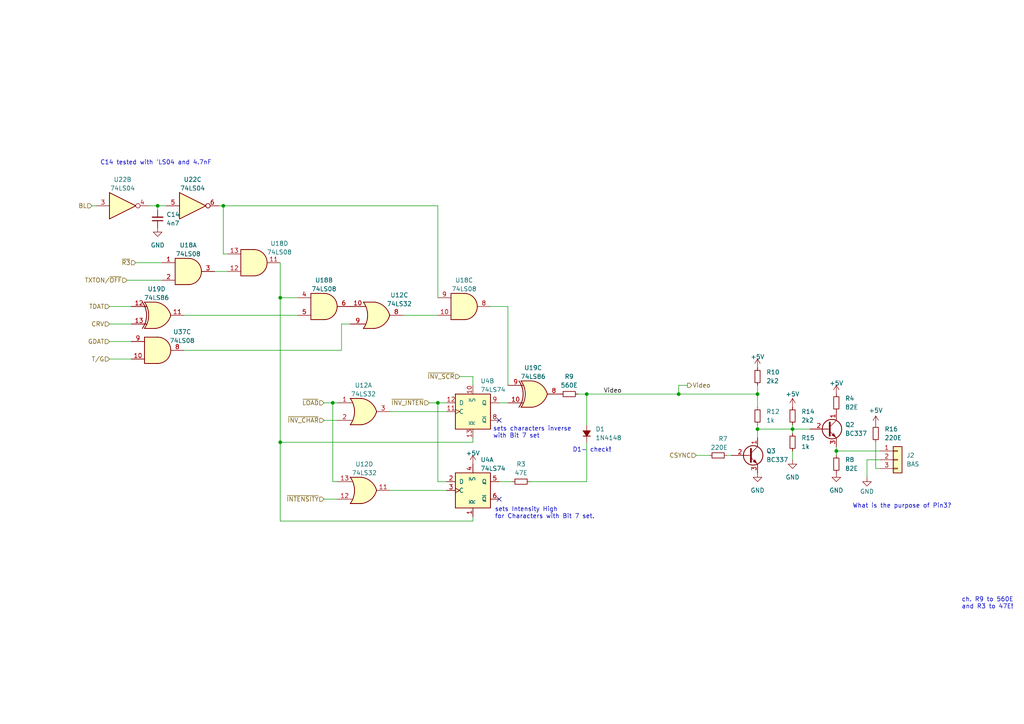
<source format=kicad_sch>
(kicad_sch (version 20231120) (generator "eeschema") (generator_version "8.0")
  (paper "A4")
  (title_block (title "EVA1 (Epson Video Adapter) - Video Output") (date "2025-01-09") (rev "v0.1") (company "100% Offner") (comment 1 "v0.1: Initial Release"))
  (lib_symbols
    (symbol "74xx:74LS04"
      (property "Reference" "U" (at 0 1.27 0))
      (property "Value" "74LS04" (at 0 -1.27 0))
      (symbol "74LS04_1_0"
        (polyline (pts (xy -3.81 3.81) (xy -3.81 -3.81) (xy 3.81 0) (xy -3.81 3.81)) (stroke (width 0.254)) (fill (type background)))
        (pin input line (at -7.62 0 0) (length 3.81) (name "~") (number "1"))
        (pin output inverted (at 7.62 0 180) (length 3.81) (name "~") (number "2"))
      )
      (symbol "74LS04_2_0"
        (polyline (pts (xy -3.81 3.81) (xy -3.81 -3.81) (xy 3.81 0) (xy -3.81 3.81)) (stroke (width 0.254)) (fill (type background)))
        (pin input line (at -7.62 0 0) (length 3.81) (name "~") (number "3"))
        (pin output inverted (at 7.62 0 180) (length 3.81) (name "~") (number "4"))
      )
      (symbol "74LS04_3_0"
        (polyline (pts (xy -3.81 3.81) (xy -3.81 -3.81) (xy 3.81 0) (xy -3.81 3.81)) (stroke (width 0.254)) (fill (type background)))
        (pin input line (at -7.62 0 0) (length 3.81) (name "~") (number "5"))
        (pin output inverted (at 7.62 0 180) (length 3.81) (name "~") (number "6"))
      )
      (symbol "74LS04_4_0"
        (polyline (pts (xy -3.81 3.81) (xy -3.81 -3.81) (xy 3.81 0) (xy -3.81 3.81)) (stroke (width 0.254)) (fill (type background)))
        (pin output inverted (at 7.62 0 180) (length 3.81) (name "~") (number "8"))
        (pin input line (at -7.62 0 0) (length 3.81) (name "~") (number "9"))
      )
      (symbol "74LS04_5_0"
        (polyline (pts (xy -3.81 3.81) (xy -3.81 -3.81) (xy 3.81 0) (xy -3.81 3.81)) (stroke (width 0.254)) (fill (type background)))
        (pin output inverted (at 7.62 0 180) (length 3.81) (name "~") (number "10"))
        (pin input line (at -7.62 0 0) (length 3.81) (name "~") (number "11"))
      )
      (symbol "74LS04_6_0"
        (polyline (pts (xy -3.81 3.81) (xy -3.81 -3.81) (xy 3.81 0) (xy -3.81 3.81)) (stroke (width 0.254)) (fill (type background)))
        (pin output inverted (at 7.62 0 180) (length 3.81) (name "~") (number "12"))
        (pin input line (at -7.62 0 0) (length 3.81) (name "~") (number "13"))
      )
      (symbol "74LS04_7_0"
        (pin power_in line (at 0 12.7 270) (length 5.08) (name "VCC") (number "14"))
        (pin power_in line (at 0 -12.7 90) (length 5.08) (name "GND") (number "7"))
      )
      (symbol "74LS04_7_1"
        (rectangle (start -5.08 7.62) (end 5.08 -7.62) (stroke (width 0.254)) (fill (type background)))
      )
    )
    (symbol "74xx:74LS08" (pin_names (offset 1.016))
      (property "Reference" "U" (at 0 1.27 0))
      (property "Value" "74LS08" (at 0 -1.27 0))
      (symbol "74LS08_1_1"
        (arc (start 0 -3.81) (mid 3.7934 0) (end 0 3.81) (stroke (width 0.254)) (fill (type background)))
        (polyline (pts (xy 0 3.81) (xy -3.81 3.81) (xy -3.81 -3.81) (xy 0 -3.81)) (stroke (width 0.254)) (fill (type background)))
        (pin input line (at -7.62 2.54 0) (length 3.81) (name "~") (number "1"))
        (pin input line (at -7.62 -2.54 0) (length 3.81) (name "~") (number "2"))
        (pin output line (at 7.62 0 180) (length 3.81) (name "~") (number "3"))
      )
      (symbol "74LS08_1_2"
        (arc (start -3.81 -3.81) (mid -2.589 0) (end -3.81 3.81) (stroke (width 0.254)))
        (arc (start -0.6096 -3.81) (mid 2.1842 -2.5851) (end 3.81 0) (stroke (width 0.254)) (fill (type background)))
        (polyline (pts (xy -3.81 -3.81) (xy -0.635 -3.81)) (stroke (width 0.254)) (fill (type background)))
        (polyline (pts (xy -3.81 3.81) (xy -0.635 3.81)) (stroke (width 0.254)) (fill (type background)))
        (polyline (pts (xy -0.635 3.81) (xy -3.81 3.81) (xy -3.81 3.81) (xy -3.556 3.4036) (xy -3.0226 2.2606) (xy -2.6924 1.0414) (xy -2.6162 -0.254) (xy -2.7686 -1.4986) (xy -3.175 -2.7178) (xy -3.81 -3.81) (xy -3.81 -3.81) (xy -0.635 -3.81)) (stroke (width -25.4)) (fill (type background)))
        (arc (start 3.81 0) (mid 2.1915 2.5936) (end -0.6096 3.81) (stroke (width 0.254)) (fill (type background)))
        (pin input inverted (at -7.62 2.54 0) (length 4.318) (name "~") (number "1"))
        (pin input inverted (at -7.62 -2.54 0) (length 4.318) (name "~") (number "2"))
        (pin output inverted (at 7.62 0 180) (length 3.81) (name "~") (number "3"))
      )
      (symbol "74LS08_2_1"
        (arc (start 0 -3.81) (mid 3.7934 0) (end 0 3.81) (stroke (width 0.254)) (fill (type background)))
        (polyline (pts (xy 0 3.81) (xy -3.81 3.81) (xy -3.81 -3.81) (xy 0 -3.81)) (stroke (width 0.254)) (fill (type background)))
        (pin input line (at -7.62 2.54 0) (length 3.81) (name "~") (number "4"))
        (pin input line (at -7.62 -2.54 0) (length 3.81) (name "~") (number "5"))
        (pin output line (at 7.62 0 180) (length 3.81) (name "~") (number "6"))
      )
      (symbol "74LS08_2_2"
        (arc (start -3.81 -3.81) (mid -2.589 0) (end -3.81 3.81) (stroke (width 0.254)))
        (arc (start -0.6096 -3.81) (mid 2.1842 -2.5851) (end 3.81 0) (stroke (width 0.254)) (fill (type background)))
        (polyline (pts (xy -3.81 -3.81) (xy -0.635 -3.81)) (stroke (width 0.254)) (fill (type background)))
        (polyline (pts (xy -3.81 3.81) (xy -0.635 3.81)) (stroke (width 0.254)) (fill (type background)))
        (polyline (pts (xy -0.635 3.81) (xy -3.81 3.81) (xy -3.81 3.81) (xy -3.556 3.4036) (xy -3.0226 2.2606) (xy -2.6924 1.0414) (xy -2.6162 -0.254) (xy -2.7686 -1.4986) (xy -3.175 -2.7178) (xy -3.81 -3.81) (xy -3.81 -3.81) (xy -0.635 -3.81)) (stroke (width -25.4)) (fill (type background)))
        (arc (start 3.81 0) (mid 2.1915 2.5936) (end -0.6096 3.81) (stroke (width 0.254)) (fill (type background)))
        (pin input inverted (at -7.62 2.54 0) (length 4.318) (name "~") (number "4"))
        (pin input inverted (at -7.62 -2.54 0) (length 4.318) (name "~") (number "5"))
        (pin output inverted (at 7.62 0 180) (length 3.81) (name "~") (number "6"))
      )
      (symbol "74LS08_3_1"
        (arc (start 0 -3.81) (mid 3.7934 0) (end 0 3.81) (stroke (width 0.254)) (fill (type background)))
        (polyline (pts (xy 0 3.81) (xy -3.81 3.81) (xy -3.81 -3.81) (xy 0 -3.81)) (stroke (width 0.254)) (fill (type background)))
        (pin input line (at -7.62 -2.54 0) (length 3.81) (name "~") (number "10"))
        (pin output line (at 7.62 0 180) (length 3.81) (name "~") (number "8"))
        (pin input line (at -7.62 2.54 0) (length 3.81) (name "~") (number "9"))
      )
      (symbol "74LS08_3_2"
        (arc (start -3.81 -3.81) (mid -2.589 0) (end -3.81 3.81) (stroke (width 0.254)))
        (arc (start -0.6096 -3.81) (mid 2.1842 -2.5851) (end 3.81 0) (stroke (width 0.254)) (fill (type background)))
        (polyline (pts (xy -3.81 -3.81) (xy -0.635 -3.81)) (stroke (width 0.254)) (fill (type background)))
        (polyline (pts (xy -3.81 3.81) (xy -0.635 3.81)) (stroke (width 0.254)) (fill (type background)))
        (polyline (pts (xy -0.635 3.81) (xy -3.81 3.81) (xy -3.81 3.81) (xy -3.556 3.4036) (xy -3.0226 2.2606) (xy -2.6924 1.0414) (xy -2.6162 -0.254) (xy -2.7686 -1.4986) (xy -3.175 -2.7178) (xy -3.81 -3.81) (xy -3.81 -3.81) (xy -0.635 -3.81)) (stroke (width -25.4)) (fill (type background)))
        (arc (start 3.81 0) (mid 2.1915 2.5936) (end -0.6096 3.81) (stroke (width 0.254)) (fill (type background)))
        (pin input inverted (at -7.62 -2.54 0) (length 4.318) (name "~") (number "10"))
        (pin output inverted (at 7.62 0 180) (length 3.81) (name "~") (number "8"))
        (pin input inverted (at -7.62 2.54 0) (length 4.318) (name "~") (number "9"))
      )
      (symbol "74LS08_4_1"
        (arc (start 0 -3.81) (mid 3.7934 0) (end 0 3.81) (stroke (width 0.254)) (fill (type background)))
        (polyline (pts (xy 0 3.81) (xy -3.81 3.81) (xy -3.81 -3.81) (xy 0 -3.81)) (stroke (width 0.254)) (fill (type background)))
        (pin output line (at 7.62 0 180) (length 3.81) (name "~") (number "11"))
        (pin input line (at -7.62 2.54 0) (length 3.81) (name "~") (number "12"))
        (pin input line (at -7.62 -2.54 0) (length 3.81) (name "~") (number "13"))
      )
      (symbol "74LS08_4_2"
        (arc (start -3.81 -3.81) (mid -2.589 0) (end -3.81 3.81) (stroke (width 0.254)))
        (arc (start -0.6096 -3.81) (mid 2.1842 -2.5851) (end 3.81 0) (stroke (width 0.254)) (fill (type background)))
        (polyline (pts (xy -3.81 -3.81) (xy -0.635 -3.81)) (stroke (width 0.254)) (fill (type background)))
        (polyline (pts (xy -3.81 3.81) (xy -0.635 3.81)) (stroke (width 0.254)) (fill (type background)))
        (polyline (pts (xy -0.635 3.81) (xy -3.81 3.81) (xy -3.81 3.81) (xy -3.556 3.4036) (xy -3.0226 2.2606) (xy -2.6924 1.0414) (xy -2.6162 -0.254) (xy -2.7686 -1.4986) (xy -3.175 -2.7178) (xy -3.81 -3.81) (xy -3.81 -3.81) (xy -0.635 -3.81)) (stroke (width -25.4)) (fill (type background)))
        (arc (start 3.81 0) (mid 2.1915 2.5936) (end -0.6096 3.81) (stroke (width 0.254)) (fill (type background)))
        (pin output inverted (at 7.62 0 180) (length 3.81) (name "~") (number "11"))
        (pin input inverted (at -7.62 2.54 0) (length 4.318) (name "~") (number "12"))
        (pin input inverted (at -7.62 -2.54 0) (length 4.318) (name "~") (number "13"))
      )
      (symbol "74LS08_5_0"
        (pin power_in line (at 0 12.7 270) (length 5.08) (name "VCC") (number "14"))
        (pin power_in line (at 0 -12.7 90) (length 5.08) (name "GND") (number "7"))
      )
      (symbol "74LS08_5_1"
        (rectangle (start -5.08 7.62) (end 5.08 -7.62) (stroke (width 0.254)) (fill (type background)))
      )
    )
    (symbol "74xx:74LS32" (pin_names (offset 1.016))
      (property "Reference" "U" (at 0 1.27 0))
      (property "Value" "74LS32" (at 0 -1.27 0))
      (symbol "74LS32_1_1"
        (arc (start -3.81 -3.81) (mid -2.589 0) (end -3.81 3.81) (stroke (width 0.254)))
        (arc (start -0.6096 -3.81) (mid 2.1842 -2.5851) (end 3.81 0) (stroke (width 0.254)) (fill (type background)))
        (polyline (pts (xy -3.81 -3.81) (xy -0.635 -3.81)) (stroke (width 0.254)) (fill (type background)))
        (polyline (pts (xy -3.81 3.81) (xy -0.635 3.81)) (stroke (width 0.254)) (fill (type background)))
        (polyline (pts (xy -0.635 3.81) (xy -3.81 3.81) (xy -3.81 3.81) (xy -3.556 3.4036) (xy -3.0226 2.2606) (xy -2.6924 1.0414) (xy -2.6162 -0.254) (xy -2.7686 -1.4986) (xy -3.175 -2.7178) (xy -3.81 -3.81) (xy -3.81 -3.81) (xy -0.635 -3.81)) (stroke (width -25.4)) (fill (type background)))
        (arc (start 3.81 0) (mid 2.1915 2.5936) (end -0.6096 3.81) (stroke (width 0.254)) (fill (type background)))
        (pin input line (at -7.62 2.54 0) (length 4.318) (name "~") (number "1"))
        (pin input line (at -7.62 -2.54 0) (length 4.318) (name "~") (number "2"))
        (pin output line (at 7.62 0 180) (length 3.81) (name "~") (number "3"))
      )
      (symbol "74LS32_1_2"
        (arc (start 0 -3.81) (mid 3.7934 0) (end 0 3.81) (stroke (width 0.254)) (fill (type background)))
        (polyline (pts (xy 0 3.81) (xy -3.81 3.81) (xy -3.81 -3.81) (xy 0 -3.81)) (stroke (width 0.254)) (fill (type background)))
        (pin input inverted (at -7.62 2.54 0) (length 3.81) (name "~") (number "1"))
        (pin input inverted (at -7.62 -2.54 0) (length 3.81) (name "~") (number "2"))
        (pin output inverted (at 7.62 0 180) (length 3.81) (name "~") (number "3"))
      )
      (symbol "74LS32_2_1"
        (arc (start -3.81 -3.81) (mid -2.589 0) (end -3.81 3.81) (stroke (width 0.254)))
        (arc (start -0.6096 -3.81) (mid 2.1842 -2.5851) (end 3.81 0) (stroke (width 0.254)) (fill (type background)))
        (polyline (pts (xy -3.81 -3.81) (xy -0.635 -3.81)) (stroke (width 0.254)) (fill (type background)))
        (polyline (pts (xy -3.81 3.81) (xy -0.635 3.81)) (stroke (width 0.254)) (fill (type background)))
        (polyline (pts (xy -0.635 3.81) (xy -3.81 3.81) (xy -3.81 3.81) (xy -3.556 3.4036) (xy -3.0226 2.2606) (xy -2.6924 1.0414) (xy -2.6162 -0.254) (xy -2.7686 -1.4986) (xy -3.175 -2.7178) (xy -3.81 -3.81) (xy -3.81 -3.81) (xy -0.635 -3.81)) (stroke (width -25.4)) (fill (type background)))
        (arc (start 3.81 0) (mid 2.1915 2.5936) (end -0.6096 3.81) (stroke (width 0.254)) (fill (type background)))
        (pin input line (at -7.62 2.54 0) (length 4.318) (name "~") (number "4"))
        (pin input line (at -7.62 -2.54 0) (length 4.318) (name "~") (number "5"))
        (pin output line (at 7.62 0 180) (length 3.81) (name "~") (number "6"))
      )
      (symbol "74LS32_2_2"
        (arc (start 0 -3.81) (mid 3.7934 0) (end 0 3.81) (stroke (width 0.254)) (fill (type background)))
        (polyline (pts (xy 0 3.81) (xy -3.81 3.81) (xy -3.81 -3.81) (xy 0 -3.81)) (stroke (width 0.254)) (fill (type background)))
        (pin input inverted (at -7.62 2.54 0) (length 3.81) (name "~") (number "4"))
        (pin input inverted (at -7.62 -2.54 0) (length 3.81) (name "~") (number "5"))
        (pin output inverted (at 7.62 0 180) (length 3.81) (name "~") (number "6"))
      )
      (symbol "74LS32_3_1"
        (arc (start -3.81 -3.81) (mid -2.589 0) (end -3.81 3.81) (stroke (width 0.254)))
        (arc (start -0.6096 -3.81) (mid 2.1842 -2.5851) (end 3.81 0) (stroke (width 0.254)) (fill (type background)))
        (polyline (pts (xy -3.81 -3.81) (xy -0.635 -3.81)) (stroke (width 0.254)) (fill (type background)))
        (polyline (pts (xy -3.81 3.81) (xy -0.635 3.81)) (stroke (width 0.254)) (fill (type background)))
        (polyline (pts (xy -0.635 3.81) (xy -3.81 3.81) (xy -3.81 3.81) (xy -3.556 3.4036) (xy -3.0226 2.2606) (xy -2.6924 1.0414) (xy -2.6162 -0.254) (xy -2.7686 -1.4986) (xy -3.175 -2.7178) (xy -3.81 -3.81) (xy -3.81 -3.81) (xy -0.635 -3.81)) (stroke (width -25.4)) (fill (type background)))
        (arc (start 3.81 0) (mid 2.1915 2.5936) (end -0.6096 3.81) (stroke (width 0.254)) (fill (type background)))
        (pin input line (at -7.62 -2.54 0) (length 4.318) (name "~") (number "10"))
        (pin output line (at 7.62 0 180) (length 3.81) (name "~") (number "8"))
        (pin input line (at -7.62 2.54 0) (length 4.318) (name "~") (number "9"))
      )
      (symbol "74LS32_3_2"
        (arc (start 0 -3.81) (mid 3.7934 0) (end 0 3.81) (stroke (width 0.254)) (fill (type background)))
        (polyline (pts (xy 0 3.81) (xy -3.81 3.81) (xy -3.81 -3.81) (xy 0 -3.81)) (stroke (width 0.254)) (fill (type background)))
        (pin input inverted (at -7.62 -2.54 0) (length 3.81) (name "~") (number "10"))
        (pin output inverted (at 7.62 0 180) (length 3.81) (name "~") (number "8"))
        (pin input inverted (at -7.62 2.54 0) (length 3.81) (name "~") (number "9"))
      )
      (symbol "74LS32_4_1"
        (arc (start -3.81 -3.81) (mid -2.589 0) (end -3.81 3.81) (stroke (width 0.254)))
        (arc (start -0.6096 -3.81) (mid 2.1842 -2.5851) (end 3.81 0) (stroke (width 0.254)) (fill (type background)))
        (polyline (pts (xy -3.81 -3.81) (xy -0.635 -3.81)) (stroke (width 0.254)) (fill (type background)))
        (polyline (pts (xy -3.81 3.81) (xy -0.635 3.81)) (stroke (width 0.254)) (fill (type background)))
        (polyline (pts (xy -0.635 3.81) (xy -3.81 3.81) (xy -3.81 3.81) (xy -3.556 3.4036) (xy -3.0226 2.2606) (xy -2.6924 1.0414) (xy -2.6162 -0.254) (xy -2.7686 -1.4986) (xy -3.175 -2.7178) (xy -3.81 -3.81) (xy -3.81 -3.81) (xy -0.635 -3.81)) (stroke (width -25.4)) (fill (type background)))
        (arc (start 3.81 0) (mid 2.1915 2.5936) (end -0.6096 3.81) (stroke (width 0.254)) (fill (type background)))
        (pin output line (at 7.62 0 180) (length 3.81) (name "~") (number "11"))
        (pin input line (at -7.62 2.54 0) (length 4.318) (name "~") (number "12"))
        (pin input line (at -7.62 -2.54 0) (length 4.318) (name "~") (number "13"))
      )
      (symbol "74LS32_4_2"
        (arc (start 0 -3.81) (mid 3.7934 0) (end 0 3.81) (stroke (width 0.254)) (fill (type background)))
        (polyline (pts (xy 0 3.81) (xy -3.81 3.81) (xy -3.81 -3.81) (xy 0 -3.81)) (stroke (width 0.254)) (fill (type background)))
        (pin output inverted (at 7.62 0 180) (length 3.81) (name "~") (number "11"))
        (pin input inverted (at -7.62 2.54 0) (length 3.81) (name "~") (number "12"))
        (pin input inverted (at -7.62 -2.54 0) (length 3.81) (name "~") (number "13"))
      )
      (symbol "74LS32_5_0"
        (pin power_in line (at 0 12.7 270) (length 5.08) (name "VCC") (number "14"))
        (pin power_in line (at 0 -12.7 90) (length 5.08) (name "GND") (number "7"))
      )
      (symbol "74LS32_5_1"
        (rectangle (start -5.08 7.62) (end 5.08 -7.62) (stroke (width 0.254)) (fill (type background)))
      )
    )
    (symbol "74xx:74LS74" (pin_names (offset 1.016))
      (property "Reference" "U" (at -7.62 8.89 0))
      (property "Value" "74LS74" (at -7.62 -8.89 0))
      (symbol "74LS74_1_0"
        (pin input line (at 0 -7.62 90) (length 2.54) (name "~{R}") (number "1"))
        (pin input line (at -7.62 2.54 0) (length 2.54) (name "D") (number "2"))
        (pin input clock (at -7.62 0 0) (length 2.54) (name "C") (number "3"))
        (pin input line (at 0 7.62 270) (length 2.54) (name "~{S}") (number "4"))
        (pin output line (at 7.62 2.54 180) (length 2.54) (name "Q") (number "5"))
        (pin output line (at 7.62 -2.54 180) (length 2.54) (name "~{Q}") (number "6"))
      )
      (symbol "74LS74_1_1"
        (rectangle (start -5.08 5.08) (end 5.08 -5.08) (stroke (width 0.254)) (fill (type background)))
      )
      (symbol "74LS74_2_0"
        (pin input line (at 0 7.62 270) (length 2.54) (name "~{S}") (number "10"))
        (pin input clock (at -7.62 0 0) (length 2.54) (name "C") (number "11"))
        (pin input line (at -7.62 2.54 0) (length 2.54) (name "D") (number "12"))
        (pin input line (at 0 -7.62 90) (length 2.54) (name "~{R}") (number "13"))
        (pin output line (at 7.62 -2.54 180) (length 2.54) (name "~{Q}") (number "8"))
        (pin output line (at 7.62 2.54 180) (length 2.54) (name "Q") (number "9"))
      )
      (symbol "74LS74_2_1"
        (rectangle (start -5.08 5.08) (end 5.08 -5.08) (stroke (width 0.254)) (fill (type background)))
      )
      (symbol "74LS74_3_0"
        (pin power_in line (at 0 10.16 270) (length 2.54) (name "VCC") (number "14"))
        (pin power_in line (at 0 -10.16 90) (length 2.54) (name "GND") (number "7"))
      )
      (symbol "74LS74_3_1"
        (rectangle (start -5.08 7.62) (end 5.08 -7.62) (stroke (width 0.254)) (fill (type background)))
      )
    )
    (symbol "74xx:74LS86" (pin_names (offset 1.016))
      (property "Reference" "U" (at 0 1.27 0))
      (property "Value" "74LS86" (at 0 -1.27 0))
      (symbol "74LS86_1_0"
        (arc (start -4.4196 -3.81) (mid -3.2033 0) (end -4.4196 3.81) (stroke (width 0.254)))
        (arc (start -3.81 -3.81) (mid -2.589 0) (end -3.81 3.81) (stroke (width 0.254)))
        (arc (start -0.6096 -3.81) (mid 2.1842 -2.5851) (end 3.81 0) (stroke (width 0.254)) (fill (type background)))
        (polyline (pts (xy -3.81 -3.81) (xy -0.635 -3.81)) (stroke (width 0.254)) (fill (type background)))
        (polyline (pts (xy -3.81 3.81) (xy -0.635 3.81)) (stroke (width 0.254)) (fill (type background)))
        (polyline (pts (xy -0.635 3.81) (xy -3.81 3.81) (xy -3.81 3.81) (xy -3.556 3.4036) (xy -3.0226 2.2606) (xy -2.6924 1.0414) (xy -2.6162 -0.254) (xy -2.7686 -1.4986) (xy -3.175 -2.7178) (xy -3.81 -3.81) (xy -3.81 -3.81) (xy -0.635 -3.81)) (stroke (width -25.4)) (fill (type background)))
        (arc (start 3.81 0) (mid 2.1915 2.5936) (end -0.6096 3.81) (stroke (width 0.254)) (fill (type background)))
        (pin input line (at -7.62 2.54 0) (length 4.445) (name "~") (number "1"))
        (pin input line (at -7.62 -2.54 0) (length 4.445) (name "~") (number "2"))
        (pin output line (at 7.62 0 180) (length 3.81) (name "~") (number "3"))
      )
      (symbol "74LS86_1_1"
        (polyline (pts (xy -3.81 -2.54) (xy -3.175 -2.54)) (stroke (width 0.1524)))
        (polyline (pts (xy -3.81 2.54) (xy -3.175 2.54)) (stroke (width 0.1524)))
      )
      (symbol "74LS86_2_0"
        (arc (start -4.4196 -3.81) (mid -3.2033 0) (end -4.4196 3.81) (stroke (width 0.254)))
        (arc (start -3.81 -3.81) (mid -2.589 0) (end -3.81 3.81) (stroke (width 0.254)))
        (arc (start -0.6096 -3.81) (mid 2.1842 -2.5851) (end 3.81 0) (stroke (width 0.254)) (fill (type background)))
        (polyline (pts (xy -3.81 -3.81) (xy -0.635 -3.81)) (stroke (width 0.254)) (fill (type background)))
        (polyline (pts (xy -3.81 3.81) (xy -0.635 3.81)) (stroke (width 0.254)) (fill (type background)))
        (polyline (pts (xy -0.635 3.81) (xy -3.81 3.81) (xy -3.81 3.81) (xy -3.556 3.4036) (xy -3.0226 2.2606) (xy -2.6924 1.0414) (xy -2.6162 -0.254) (xy -2.7686 -1.4986) (xy -3.175 -2.7178) (xy -3.81 -3.81) (xy -3.81 -3.81) (xy -0.635 -3.81)) (stroke (width -25.4)) (fill (type background)))
        (arc (start 3.81 0) (mid 2.1915 2.5936) (end -0.6096 3.81) (stroke (width 0.254)) (fill (type background)))
        (pin input line (at -7.62 2.54 0) (length 4.445) (name "~") (number "4"))
        (pin input line (at -7.62 -2.54 0) (length 4.445) (name "~") (number "5"))
        (pin output line (at 7.62 0 180) (length 3.81) (name "~") (number "6"))
      )
      (symbol "74LS86_2_1"
        (polyline (pts (xy -3.81 -2.54) (xy -3.175 -2.54)) (stroke (width 0.1524)))
        (polyline (pts (xy -3.81 2.54) (xy -3.175 2.54)) (stroke (width 0.1524)))
      )
      (symbol "74LS86_3_0"
        (arc (start -4.4196 -3.81) (mid -3.2033 0) (end -4.4196 3.81) (stroke (width 0.254)))
        (arc (start -3.81 -3.81) (mid -2.589 0) (end -3.81 3.81) (stroke (width 0.254)))
        (arc (start -0.6096 -3.81) (mid 2.1842 -2.5851) (end 3.81 0) (stroke (width 0.254)) (fill (type background)))
        (polyline (pts (xy -3.81 -3.81) (xy -0.635 -3.81)) (stroke (width 0.254)) (fill (type background)))
        (polyline (pts (xy -3.81 3.81) (xy -0.635 3.81)) (stroke (width 0.254)) (fill (type background)))
        (polyline (pts (xy -0.635 3.81) (xy -3.81 3.81) (xy -3.81 3.81) (xy -3.556 3.4036) (xy -3.0226 2.2606) (xy -2.6924 1.0414) (xy -2.6162 -0.254) (xy -2.7686 -1.4986) (xy -3.175 -2.7178) (xy -3.81 -3.81) (xy -3.81 -3.81) (xy -0.635 -3.81)) (stroke (width -25.4)) (fill (type background)))
        (arc (start 3.81 0) (mid 2.1915 2.5936) (end -0.6096 3.81) (stroke (width 0.254)) (fill (type background)))
        (pin input line (at -7.62 -2.54 0) (length 4.445) (name "~") (number "10"))
        (pin output line (at 7.62 0 180) (length 3.81) (name "~") (number "8"))
        (pin input line (at -7.62 2.54 0) (length 4.445) (name "~") (number "9"))
      )
      (symbol "74LS86_3_1"
        (polyline (pts (xy -3.81 -2.54) (xy -3.175 -2.54)) (stroke (width 0.1524)))
        (polyline (pts (xy -3.81 2.54) (xy -3.175 2.54)) (stroke (width 0.1524)))
      )
      (symbol "74LS86_4_0"
        (arc (start -4.4196 -3.81) (mid -3.2033 0) (end -4.4196 3.81) (stroke (width 0.254)))
        (arc (start -3.81 -3.81) (mid -2.589 0) (end -3.81 3.81) (stroke (width 0.254)))
        (arc (start -0.6096 -3.81) (mid 2.1842 -2.5851) (end 3.81 0) (stroke (width 0.254)) (fill (type background)))
        (polyline (pts (xy -3.81 -3.81) (xy -0.635 -3.81)) (stroke (width 0.254)) (fill (type background)))
        (polyline (pts (xy -3.81 3.81) (xy -0.635 3.81)) (stroke (width 0.254)) (fill (type background)))
        (polyline (pts (xy -0.635 3.81) (xy -3.81 3.81) (xy -3.81 3.81) (xy -3.556 3.4036) (xy -3.0226 2.2606) (xy -2.6924 1.0414) (xy -2.6162 -0.254) (xy -2.7686 -1.4986) (xy -3.175 -2.7178) (xy -3.81 -3.81) (xy -3.81 -3.81) (xy -0.635 -3.81)) (stroke (width -25.4)) (fill (type background)))
        (arc (start 3.81 0) (mid 2.1915 2.5936) (end -0.6096 3.81) (stroke (width 0.254)) (fill (type background)))
        (pin output line (at 7.62 0 180) (length 3.81) (name "~") (number "11"))
        (pin input line (at -7.62 2.54 0) (length 4.445) (name "~") (number "12"))
        (pin input line (at -7.62 -2.54 0) (length 4.445) (name "~") (number "13"))
      )
      (symbol "74LS86_4_1"
        (polyline (pts (xy -3.81 -2.54) (xy -3.175 -2.54)) (stroke (width 0.1524)))
        (polyline (pts (xy -3.81 2.54) (xy -3.175 2.54)) (stroke (width 0.1524)))
      )
      (symbol "74LS86_5_0"
        (pin power_in line (at 0 12.7 270) (length 5.08) (name "VCC") (number "14"))
        (pin power_in line (at 0 -12.7 90) (length 5.08) (name "GND") (number "7"))
      )
      (symbol "74LS86_5_1"
        (rectangle (start -5.08 7.62) (end 5.08 -7.62) (stroke (width 0.254)) (fill (type background)))
      )
    )
    (symbol "Connector_Generic:Conn_01x03" (pin_names (offset 1.016) hide)
      (property "Reference" "J" (at 0 5.08 0))
      (property "Value" "Conn_01x03" (at 0 -5.08 0))
      (symbol "Conn_01x03_1_1"
        (rectangle (start -1.27 -2.413) (end 0 -2.667) (stroke (width 0.1524)))
        (rectangle (start -1.27 0.127) (end 0 -0.127) (stroke (width 0.1524)))
        (rectangle (start -1.27 2.667) (end 0 2.413) (stroke (width 0.1524)))
        (rectangle (start -1.27 3.81) (end 1.27 -3.81) (stroke (width 0.254)) (fill (type background)))
        (pin passive line (at -5.08 2.54 0) (length 3.81) (name "Pin_1") (number "1"))
        (pin passive line (at -5.08 0 0) (length 3.81) (name "Pin_2") (number "2"))
        (pin passive line (at -5.08 -2.54 0) (length 3.81) (name "Pin_3") (number "3"))
      )
    )
    (symbol "Device:C_Small" (pin_numbers hide) (pin_names (offset 0.254) hide)
      (property "Reference" "C" (at 0.254 1.778 0))
      (property "Value" "C_Small" (at 0.254 -2.032 0))
      (symbol "C_Small_0_1"
        (polyline (pts (xy -1.524 -0.508) (xy 1.524 -0.508)) (stroke (width 0.3302)))
        (polyline (pts (xy -1.524 0.508) (xy 1.524 0.508)) (stroke (width 0.3048)))
      )
      (symbol "C_Small_1_1"
        (pin passive line (at 0 2.54 270) (length 2.032) (name "~") (number "1"))
        (pin passive line (at 0 -2.54 90) (length 2.032) (name "~") (number "2"))
      )
    )
    (symbol "Device:D_Small_Filled" (pin_numbers hide) (pin_names (offset 0.254) hide)
      (property "Reference" "D" (at -1.27 2.032 0))
      (property "Value" "D_Small_Filled" (at -3.81 -2.032 0))
      (symbol "D_Small_Filled_0_1"
        (polyline (pts (xy -0.762 -1.016) (xy -0.762 1.016)) (stroke (width 0.254)))
        (polyline (pts (xy -0.762 0) (xy 0.762 0)))
        (polyline (pts (xy 0.762 -1.016) (xy -0.762 0) (xy 0.762 1.016) (xy 0.762 -1.016)) (stroke (width 0.254)) (fill (type outline)))
      )
      (symbol "D_Small_Filled_1_1"
        (pin passive line (at -2.54 0 0) (length 1.778) (name "K") (number "1"))
        (pin passive line (at 2.54 0 180) (length 1.778) (name "A") (number "2"))
      )
    )
    (symbol "Device:R_Small" (pin_numbers hide) (pin_names (offset 0.254) hide)
      (property "Reference" "R" (at 0.762 0.508 0))
      (property "Value" "R_Small" (at 0.762 -1.016 0))
      (symbol "R_Small_0_1"
        (rectangle (start -0.762 1.778) (end 0.762 -1.778) (stroke (width 0.2032)))
      )
      (symbol "R_Small_1_1"
        (pin passive line (at 0 2.54 270) (length 0.762) (name "~") (number "1"))
        (pin passive line (at 0 -2.54 90) (length 0.762) (name "~") (number "2"))
      )
    )
    (symbol "Transistor_BJT:BC337" (pin_names (offset 0) hide)
      (property "Reference" "Q" (at 5.08 1.905 0))
      (property "Value" "BC337" (at 5.08 0 0))
      (symbol "BC337_0_1"
        (polyline (pts (xy 0 0) (xy 0.635 0)))
        (polyline (pts (xy 0.635 0.635) (xy 2.54 2.54)))
        (polyline (pts (xy 0.635 -0.635) (xy 2.54 -2.54) (xy 2.54 -2.54)))
        (polyline (pts (xy 0.635 1.905) (xy 0.635 -1.905) (xy 0.635 -1.905)) (stroke (width 0.508)))
        (polyline (pts (xy 1.27 -1.778) (xy 1.778 -1.27) (xy 2.286 -2.286) (xy 1.27 -1.778) (xy 1.27 -1.778)) (fill (type outline)))
        (circle (center 1.27 0) (radius 2.8194) (stroke (width 0.254)))
      )
      (symbol "BC337_1_1"
        (pin passive line (at 2.54 5.08 270) (length 2.54) (name "C") (number "1"))
        (pin input line (at -5.08 0 0) (length 5.08) (name "B") (number "2"))
        (pin passive line (at 2.54 -5.08 90) (length 2.54) (name "E") (number "3"))
      )
    )
    (symbol "power:+5V" (power) (pin_names (offset 0))
      (property "Value" "+5V" (at 0 3.556 0))
      (symbol "+5V_0_1"
        (polyline (pts (xy -0.762 1.27) (xy 0 2.54)))
        (polyline (pts (xy 0 0) (xy 0 2.54)))
        (polyline (pts (xy 0 2.54) (xy 0.762 1.27)))
      )
      (symbol "+5V_1_1"
        (pin power_in line (at 0 0 90) (length 0) hide (name "+5V") (number "1"))
      )
    )
    (symbol "power:GND" (power) (pin_names (offset 0))
      (property "Value" "GND" (at 0 -3.81 0))
      (symbol "GND_0_1"
        (polyline (pts (xy 0 0) (xy 0 -1.27) (xy 1.27 -1.27) (xy 0 -2.54) (xy -1.27 -1.27) (xy 0 -1.27)))
      )
      (symbol "GND_1_1"
        (pin power_in line (at 0 0 270) (length 0) hide (name "GND") (number "1"))
      )
    )
  )
  (junction (at 64.77 59.69))
  (junction (at 196.85 114.3))
  (junction (at 242.57 130.81))
  (junction (at 127 116.84))
  (junction (at 81.28 128.27))
  (junction (at 219.71 124.46))
  (junction (at 219.71 114.3))
  (junction (at 45.72 59.69))
  (junction (at 81.28 86.36))
  (junction (at 170.18 114.3))
  (junction (at 229.87 124.46))
  (junction (at 96.52 116.84))
  (no_connect (at 144.78 121.92))
  (no_connect (at 144.78 144.78))
  (wire (pts (xy 170.18 114.3) (xy 170.18 123.19)))
  (wire (pts (xy 142.24 88.9) (xy 147.32 88.9)))
  (wire (pts (xy 199.39 111.76) (xy 196.85 111.76)))
  (wire (pts (xy 116.84 91.44) (xy 127 91.44)))
  (wire (pts (xy 124.46 116.84) (xy 127 116.84)))
  (wire (pts (xy 45.72 59.69) (xy 45.72 60.96)))
  (wire (pts (xy 64.77 59.69) (xy 63.5 59.69)))
  (wire (pts (xy 242.57 130.81) (xy 255.27 130.81)))
  (wire (pts (xy 45.72 59.69) (xy 48.26 59.69)))
  (wire (pts (xy 39.37 76.2) (xy 46.99 76.2)))
  (wire (pts (xy 137.16 111.76) (xy 137.16 109.22)))
  (wire (pts (xy 99.06 101.6) (xy 99.06 93.98)))
  (wire (pts (xy 242.57 129.54) (xy 242.57 130.81)))
  (wire (pts (xy 229.87 124.46) (xy 229.87 125.73)))
  (wire (pts (xy 254 128.27) (xy 254 135.89)))
  (wire (pts (xy 81.28 128.27) (xy 81.28 86.36)))
  (wire (pts (xy 229.87 124.46) (xy 234.95 124.46)))
  (wire (pts (xy 96.52 116.84) (xy 96.52 139.7)))
  (wire (pts (xy 127 59.69) (xy 127 86.36)))
  (wire (pts (xy 81.28 76.2) (xy 81.28 86.36)))
  (wire (pts (xy 31.75 93.98) (xy 38.1 93.98)))
  (wire (pts (xy 99.06 93.98) (xy 101.6 93.98)))
  (wire (pts (xy 53.34 101.6) (xy 99.06 101.6)))
  (wire (pts (xy 113.03 142.24) (xy 129.54 142.24)))
  (wire (pts (xy 137.16 127) (xy 137.16 128.27)))
  (wire (pts (xy 127 139.7) (xy 129.54 139.7)))
  (wire (pts (xy 219.71 124.46) (xy 229.87 124.46)))
  (wire (pts (xy 53.34 91.44) (xy 86.36 91.44)))
  (wire (pts (xy 81.28 151.13) (xy 137.16 151.13)))
  (wire (pts (xy 229.87 130.81) (xy 229.87 133.35)))
  (wire (pts (xy 201.93 132.08) (xy 205.74 132.08)))
  (wire (pts (xy 36.83 81.28) (xy 46.99 81.28)))
  (wire (pts (xy 210.82 132.08) (xy 212.09 132.08)))
  (wire (pts (xy 147.32 88.9) (xy 147.32 111.76)))
  (wire (pts (xy 170.18 114.3) (xy 196.85 114.3)))
  (wire (pts (xy 43.18 59.69) (xy 45.72 59.69)))
  (wire (pts (xy 26.67 59.69) (xy 27.94 59.69)))
  (wire (pts (xy 196.85 111.76) (xy 196.85 114.3)))
  (wire (pts (xy 219.71 127) (xy 219.71 124.46)))
  (wire (pts (xy 251.46 138.43) (xy 251.46 133.35)))
  (wire (pts (xy 31.75 88.9) (xy 38.1 88.9)))
  (wire (pts (xy 229.87 123.19) (xy 229.87 124.46)))
  (wire (pts (xy 137.16 151.13) (xy 137.16 149.86)))
  (wire (pts (xy 219.71 111.76) (xy 219.71 114.3)))
  (wire (pts (xy 144.78 116.84) (xy 147.32 116.84)))
  (wire (pts (xy 64.77 59.69) (xy 64.77 73.66)))
  (wire (pts (xy 64.77 73.66) (xy 66.04 73.66)))
  (wire (pts (xy 251.46 133.35) (xy 255.27 133.35)))
  (wire (pts (xy 81.28 128.27) (xy 137.16 128.27)))
  (wire (pts (xy 93.98 144.78) (xy 97.79 144.78)))
  (wire (pts (xy 144.78 139.7) (xy 148.59 139.7)))
  (wire (pts (xy 242.57 130.81) (xy 242.57 132.08)))
  (wire (pts (xy 254 135.89) (xy 255.27 135.89)))
  (wire (pts (xy 196.85 114.3) (xy 219.71 114.3)))
  (wire (pts (xy 133.35 109.22) (xy 137.16 109.22)))
  (wire (pts (xy 127 59.69) (xy 64.77 59.69)))
  (wire (pts (xy 96.52 139.7) (xy 97.79 139.7)))
  (wire (pts (xy 127 116.84) (xy 127 139.7)))
  (wire (pts (xy 153.67 139.7) (xy 170.18 139.7)))
  (wire (pts (xy 167.64 114.3) (xy 170.18 114.3)))
  (wire (pts (xy 62.23 78.74) (xy 66.04 78.74)))
  (wire (pts (xy 219.71 114.3) (xy 219.71 118.11)))
  (wire (pts (xy 31.75 99.06) (xy 38.1 99.06)))
  (wire (pts (xy 93.98 116.84) (xy 96.52 116.84)))
  (wire (pts (xy 127 116.84) (xy 129.54 116.84)))
  (wire (pts (xy 170.18 128.27) (xy 170.18 139.7)))
  (wire (pts (xy 219.71 123.19) (xy 219.71 124.46)))
  (wire (pts (xy 31.75 104.14) (xy 38.1 104.14)))
  (wire (pts (xy 93.98 121.92) (xy 97.79 121.92)))
  (wire (pts (xy 96.52 116.84) (xy 97.79 116.84)))
  (wire (pts (xy 129.54 119.38) (xy 113.03 119.38)))
  (wire (pts (xy 81.28 86.36) (xy 86.36 86.36)))
  (wire (pts (xy 81.28 151.13) (xy 81.28 128.27)))
  (text "D1- check!" (at 171.704 130.556 0) (effects (font (size 1.27 1.27))))
  (text "C14 tested with 'LS04 and 4.7nF" (at 45.212 47.244 0) (effects (font (size 1.27 1.27))))
  (text "sets Intensity High\nfor Characters with Bit 7 set." (at 143.51 148.844 0) (effects (font (size 1.27 1.27)) (justify left)))
  (text "sets characters inverse \nwith Bit 7 set" (at 143.002 125.476 0) (effects (font (size 1.27 1.27)) (justify left)))
  (text "ch. R9 to 560E\nand R3 to 47E!" (at 278.892 175.006 0) (effects (font (size 1.27 1.27)) (justify left)))
  (text "What is the purpose of Pin3?" (at 261.62 146.812 0) (effects (font (size 1.27 1.27))))
  (label "Video" (at 180.34 114.3 180))
  (hierarchical_label "~{INV_CHAR}" (shape input) (at 93.98 121.92 180))
  (hierarchical_label "Video" (shape output) (at 199.39 111.76 0))
  (hierarchical_label "TXTON{slash}~{OFF}" (shape input) (at 36.83 81.28 180))
  (hierarchical_label "T{slash}G" (shape input) (at 31.75 104.14 180))
  (hierarchical_label "TDAT" (shape input) (at 31.75 88.9 180))
  (hierarchical_label "~{R3}" (shape input) (at 39.37 76.2 180))
  (hierarchical_label "~{INTENSITY}" (shape input) (at 93.98 144.78 180))
  (hierarchical_label "CRV" (shape input) (at 31.75 93.98 180))
  (hierarchical_label "~{LOAD}" (shape input) (at 93.98 116.84 180))
  (hierarchical_label "~{INV_INTEN}" (shape input) (at 124.46 116.84 180))
  (hierarchical_label "CSYNC" (shape input) (at 201.93 132.08 180))
  (hierarchical_label "~{INV_SCR}" (shape input) (at 133.35 109.22 180))
  (hierarchical_label "BL" (shape input) (at 26.67 59.69 180))
  (hierarchical_label "GDAT" (shape input) (at 31.75 99.06 180))
  (symbol (lib_id "Device:R_Small") (at 219.71 109.22 180) (unit 1)
    (property "Reference" "R10" (at 222.25 107.9499 0) (effects (justify right)))
    (property "Value" "2k2" (at 222.25 110.4899 0) (effects (justify right)))
    (property "Footprint" "Resistor_THT:R_Axial_DIN0411_L9.9mm_D3.6mm_P12.70mm_Horizontal" (effects (hide yes)))
    (property "Description" "Resistor, small symbol" (effects (hide yes)))
  )
  (symbol (lib_id "power:GND") (at 45.72 66.04 0) (unit 1)
    (property "Reference" "#PWR075" (effects (hide yes)))
    (property "Value" "GND" (at 45.72 71.12 0))
  )
  (symbol (lib_id "Device:R_Small") (at 151.13 139.7 90) (unit 1)
    (property "Reference" "R3" (at 151.13 134.62 90))
    (property "Value" "47E" (at 151.13 137.16 90))
    (property "Footprint" "Resistor_THT:R_Axial_DIN0411_L9.9mm_D3.6mm_P12.70mm_Horizontal" (effects (hide yes)))
    (property "Description" "Resistor, small symbol" (effects (hide yes)))
  )
  (symbol (lib_id "74xx:74LS08") (at 134.62 88.9 0) (unit 3)
    (property "Reference" "U18" (at 134.6117 81.28 0))
    (property "Value" "74LS08" (at 134.6117 83.82 0))
    (property "Footprint" "Package_DIP:DIP-14_W7.62mm" (effects (hide yes)))
    (property "Datasheet" "http://www.ti.com/lit/gpn/sn74LS08" (effects (hide yes)))
    (property "Description" "Quad And2" (effects (hide yes)))
  )
  (symbol (lib_id "Device:R_Small") (at 242.57 134.62 0) (unit 1)
    (property "Reference" "R8" (at 245.11 133.3499 0) (effects (justify left)))
    (property "Value" "82E" (at 245.11 135.8899 0) (effects (justify left)))
    (property "Footprint" "Resistor_THT:R_Axial_DIN0411_L9.9mm_D3.6mm_P12.70mm_Horizontal" (effects (hide yes)))
    (property "Description" "Resistor, small symbol" (effects (hide yes)))
  )
  (symbol (lib_id "power:+5V") (at 242.57 114.3 0) (unit 1)
    (property "Reference" "#PWR0143" (effects (hide yes)))
    (property "Value" "+5V" (at 242.57 111.125 0))
  )
  (symbol (lib_id "power:GND") (at 219.71 137.16 0) (unit 1)
    (property "Reference" "#PWR082" (effects (hide yes)))
    (property "Value" "GND" (at 219.71 142.24 0))
  )
  (symbol (lib_id "Connector_Generic:Conn_01x03") (at 260.35 133.35 0) (unit 1)
    (property "Reference" "J2" (at 262.89 132.0799 0) (effects (justify left)))
    (property "Value" "BAS" (at 262.89 134.6199 0) (effects (justify left)))
    (property "Footprint" "Connector_PinHeader_2.54mm:PinHeader_1x03_P2.54mm_Vertical" (effects (hide yes)))
    (property "Description" "Generic connector, single row, 01x03, script generated (kicad-library-utils/schlib/autogen/connector/)" (effects (hide yes)))
  )
  (symbol (lib_id "74xx:74LS04") (at 35.56 59.69 0) (unit 2)
    (property "Reference" "U22" (at 35.56 52.07 0))
    (property "Value" "74LS04" (at 35.56 54.61 0))
    (property "Footprint" "Package_DIP:DIP-14_W7.62mm" (effects (hide yes)))
    (property "Datasheet" "http://www.ti.com/lit/gpn/sn74LS04" (effects (hide yes)))
    (property "Description" "Hex Inverter" (effects (hide yes)))
  )
  (symbol (lib_id "74xx:74LS08") (at 54.61 78.74 0) (unit 1)
    (property "Reference" "U18" (at 54.6017 71.12 0))
    (property "Value" "74LS08" (at 54.6017 73.66 0))
    (property "Footprint" "Package_DIP:DIP-14_W7.62mm" (effects (hide yes)))
    (property "Datasheet" "http://www.ti.com/lit/gpn/sn74LS08" (effects (hide yes)))
    (property "Description" "Quad And2" (effects (hide yes)))
  )
  (symbol (lib_id "Device:R_Small") (at 165.1 114.3 90) (unit 1)
    (property "Reference" "R9" (at 165.1 109.22 90))
    (property "Value" "560E" (at 165.1 111.76 90))
    (property "Footprint" "Resistor_THT:R_Axial_DIN0411_L9.9mm_D3.6mm_P12.70mm_Horizontal" (effects (hide yes)))
    (property "Description" "Resistor, small symbol" (effects (hide yes)))
  )
  (symbol (lib_id "power:GND") (at 229.87 133.35 0) (unit 1)
    (property "Reference" "#PWR0117" (effects (hide yes)))
    (property "Value" "GND" (at 229.87 138.43 0))
  )
  (symbol (lib_id "power:GND") (at 242.57 137.16 0) (unit 1)
    (property "Reference" "#PWR0149" (effects (hide yes)))
    (property "Value" "GND" (at 242.57 142.24 0))
  )
  (symbol (lib_id "Device:R_Small") (at 208.28 132.08 90) (unit 1)
    (property "Reference" "R7" (at 211.074 127.254 90) (effects (justify left)))
    (property "Value" "220E" (at 211.074 129.794 90) (effects (justify left)))
    (property "Footprint" "Resistor_THT:R_Axial_DIN0411_L9.9mm_D3.6mm_P12.70mm_Horizontal" (effects (hide yes)))
    (property "Description" "Resistor, small symbol" (effects (hide yes)))
  )
  (symbol (lib_id "power:+5V") (at 219.71 106.68 0) (unit 1)
    (property "Reference" "#PWR079" (effects (hide yes)))
    (property "Value" "+5V" (at 219.71 103.505 0))
  )
  (symbol (lib_id "74xx:74LS08") (at 73.66 76.2 0) (mirror x) (unit 4)
    (property "Reference" "U18" (at 81.026 70.612 0))
    (property "Value" "74LS08" (at 81.026 73.152 0))
    (property "Footprint" "Package_DIP:DIP-14_W7.62mm" (effects (hide yes)))
    (property "Datasheet" "http://www.ti.com/lit/gpn/sn74LS08" (effects (hide yes)))
    (property "Description" "Quad And2" (effects (hide yes)))
  )
  (symbol (lib_id "74xx:74LS08") (at 45.72 101.6 0) (unit 3)
    (property "Reference" "U37" (at 52.832 96.266 0))
    (property "Value" "74LS08" (at 52.832 98.806 0))
    (property "Footprint" "Package_DIP:DIP-14_W7.62mm" (effects (hide yes)))
    (property "Datasheet" "http://www.ti.com/lit/gpn/sn74LS08" (effects (hide yes)))
    (property "Description" "Quad And2" (effects (hide yes)))
  )
  (symbol (lib_id "74xx:74LS32") (at 105.41 119.38 0) (unit 1)
    (property "Reference" "U12" (at 105.41 111.76 0))
    (property "Value" "74LS32" (at 105.41 114.3 0))
    (property "Footprint" "Package_DIP:DIP-14_W7.62mm" (effects (hide yes)))
    (property "Datasheet" "http://www.ti.com/lit/gpn/sn74LS32" (effects (hide yes)))
    (property "Description" "Quad 2-input OR" (effects (hide yes)))
  )
  (symbol (lib_id "74xx:74LS74") (at 137.16 142.24 0) (unit 1)
    (property "Reference" "U4" (at 139.3541 133.35 0) (effects (justify left)))
    (property "Value" "74LS74" (at 139.3541 135.89 0) (effects (justify left)))
    (property "Footprint" "Package_DIP:DIP-14_W7.62mm" (effects (hide yes)))
    (property "Datasheet" "74xx/74hc_hct74.pdf" (effects (hide yes)))
    (property "Description" "Dual D Flip-flop, Set & Reset" (effects (hide yes)))
  )
  (symbol (lib_id "74xx:74LS32") (at 109.22 91.44 0) (mirror x) (unit 3)
    (property "Reference" "U12" (at 115.824 85.598 0))
    (property "Value" "74LS32" (at 115.824 88.138 0))
    (property "Footprint" "Package_DIP:DIP-14_W7.62mm" (effects (hide yes)))
    (property "Datasheet" "http://www.ti.com/lit/gpn/sn74LS32" (effects (hide yes)))
    (property "Description" "Quad 2-input OR" (effects (hide yes)))
  )
  (symbol (lib_id "74xx:74LS32") (at 105.41 142.24 0) (mirror x) (unit 4)
    (property "Reference" "U12" (at 105.664 134.62 0))
    (property "Value" "74LS32" (at 105.664 137.16 0))
    (property "Footprint" "Package_DIP:DIP-14_W7.62mm" (effects (hide yes)))
    (property "Datasheet" "http://www.ti.com/lit/gpn/sn74LS32" (effects (hide yes)))
    (property "Description" "Quad 2-input OR" (effects (hide yes)))
  )
  (symbol (lib_id "Device:C_Small") (at 45.72 63.5 180) (unit 1)
    (property "Reference" "C14" (at 48.26 62.2235 0) (effects (justify right)))
    (property "Value" "4n7" (at 48.26 64.7635 0) (effects (justify right)))
    (property "Footprint" "Capacitor_THT:C_Disc_D4.7mm_W2.5mm_P5.00mm" (effects (hide yes)))
  )
  (symbol (lib_id "74xx:74LS08") (at 93.98 88.9 0) (unit 2)
    (property "Reference" "U18" (at 93.9717 81.28 0))
    (property "Value" "74LS08" (at 93.9717 83.82 0))
    (property "Footprint" "Package_DIP:DIP-14_W7.62mm" (effects (hide yes)))
    (property "Datasheet" "http://www.ti.com/lit/gpn/sn74LS08" (effects (hide yes)))
    (property "Description" "Quad And2" (effects (hide yes)))
  )
  (symbol (lib_id "74xx:74LS74") (at 137.16 119.38 0) (unit 2)
    (property "Reference" "U4" (at 139.3541 110.49 0) (effects (justify left)))
    (property "Value" "74LS74" (at 139.3541 113.03 0) (effects (justify left)))
    (property "Footprint" "Package_DIP:DIP-14_W7.62mm" (effects (hide yes)))
    (property "Datasheet" "74xx/74hc_hct74.pdf" (effects (hide yes)))
    (property "Description" "Dual D Flip-flop, Set & Reset" (effects (hide yes)))
  )
  (symbol (lib_id "power:GND") (at 251.46 138.43 0) (unit 1)
    (property "Reference" "#PWR0155" (effects (hide yes)))
    (property "Value" "GND" (at 251.46 142.5631 0))
  )
  (symbol (lib_id "Device:R_Small") (at 254 125.73 180) (unit 1)
    (property "Reference" "R16" (at 256.54 124.4599 0) (effects (justify right)))
    (property "Value" "220E" (at 256.54 126.9999 0) (effects (justify right)))
    (property "Footprint" "Resistor_THT:R_Axial_DIN0411_L9.9mm_D3.6mm_P12.70mm_Horizontal" (effects (hide yes)))
    (property "Description" "Resistor, small symbol" (effects (hide yes)))
  )
  (symbol (lib_id "Device:D_Small_Filled") (at 170.18 125.73 270) (mirror x) (unit 1)
    (property "Reference" "D1" (at 172.72 124.4599 90) (effects (justify left)))
    (property "Value" "1N4148" (at 172.72 126.9999 90) (effects (justify left)))
    (property "Footprint" "Diode_THT:D_A-405_P7.62mm_Horizontal" (effects (hide yes)))
    (property "Description" "Diode, small symbol, filled shape" (effects (hide yes)))
    (property "Sim.Device" "D" (effects (hide yes)))
    (property "Sim.Pins" "1=K 2=A" (effects (hide yes)))
  )
  (symbol (lib_id "Device:R_Small") (at 242.57 116.84 180) (unit 1)
    (property "Reference" "R4" (at 245.11 115.5699 0) (effects (justify right)))
    (property "Value" "82E" (at 245.11 118.1099 0) (effects (justify right)))
    (property "Footprint" "Resistor_THT:R_Axial_DIN0411_L9.9mm_D3.6mm_P12.70mm_Horizontal" (effects (hide yes)))
    (property "Description" "Resistor, small symbol" (effects (hide yes)))
  )
  (symbol (lib_id "power:+5V") (at 229.87 118.11 0) (unit 1)
    (property "Reference" "#PWR083" (effects (hide yes)))
    (property "Value" "+5V" (at 229.87 114.3 0))
  )
  (symbol (lib_id "Device:R_Small") (at 229.87 120.65 180) (unit 1)
    (property "Reference" "R14" (at 232.41 119.3799 0) (effects (justify right)))
    (property "Value" "2k2" (at 232.41 121.9199 0) (effects (justify right)))
    (property "Footprint" "Resistor_THT:R_Axial_DIN0411_L9.9mm_D3.6mm_P12.70mm_Horizontal" (effects (hide yes)))
    (property "Description" "Resistor, small symbol" (effects (hide yes)))
  )
  (symbol (lib_id "Transistor_BJT:BC337") (at 217.17 132.08 0) (unit 1)
    (property "Reference" "Q3" (at 222.25 130.8099 0) (effects (justify left)))
    (property "Value" "BC337" (at 222.25 133.3499 0) (effects (justify left)))
    (property "Footprint" "Package_TO_SOT_THT:TO-92_Wide" (effects (hide yes)))
    (property "Datasheet" "https://diotec.com/tl_files/diotec/files/pdf/datasheets/bc337.pdf" (effects (hide yes)))
    (property "Description" "0.8A Ic, 45V Vce, NPN Transistor, TO-92" (effects (hide yes)))
  )
  (symbol (lib_id "74xx:74LS86") (at 154.94 114.3 0) (unit 3)
    (property "Reference" "U19" (at 154.6352 106.68 0))
    (property "Value" "74LS86" (at 154.6352 109.22 0))
    (property "Footprint" "Package_DIP:DIP-14_W7.62mm" (effects (hide yes)))
    (property "Datasheet" "74xx/74ls86.pdf" (effects (hide yes)))
    (property "Description" "Quad 2-input XOR" (effects (hide yes)))
  )
  (symbol (lib_id "Transistor_BJT:BC337") (at 240.03 124.46 0) (unit 1)
    (property "Reference" "Q2" (at 245.11 123.1899 0) (effects (justify left)))
    (property "Value" "BC337" (at 245.11 125.7299 0) (effects (justify left)))
    (property "Footprint" "Package_TO_SOT_THT:TO-92_Wide" (effects (hide yes)))
    (property "Datasheet" "https://diotec.com/tl_files/diotec/files/pdf/datasheets/bc337.pdf" (effects (hide yes)))
    (property "Description" "0.8A Ic, 45V Vce, NPN Transistor, TO-92" (effects (hide yes)))
  )
  (symbol (lib_id "74xx:74LS86") (at 45.72 91.44 0) (unit 4)
    (property "Reference" "U19" (at 45.4152 83.82 0))
    (property "Value" "74LS86" (at 45.4152 86.36 0))
    (property "Footprint" "Package_DIP:DIP-14_W7.62mm" (effects (hide yes)))
    (property "Datasheet" "74xx/74ls86.pdf" (effects (hide yes)))
    (property "Description" "Quad 2-input XOR" (effects (hide yes)))
  )
  (symbol (lib_id "power:+5V") (at 254 123.19 0) (unit 1)
    (property "Reference" "#PWR0181" (effects (hide yes)))
    (property "Value" "+5V" (at 254 119.0569 0))
  )
  (symbol (lib_id "74xx:74LS04") (at 55.88 59.69 0) (unit 3)
    (property "Reference" "U22" (at 55.88 52.07 0))
    (property "Value" "74LS04" (at 55.88 54.61 0))
    (property "Footprint" "Package_DIP:DIP-14_W7.62mm" (effects (hide yes)))
    (property "Datasheet" "http://www.ti.com/lit/gpn/sn74LS04" (effects (hide yes)))
    (property "Description" "Hex Inverter" (effects (hide yes)))
  )
  (symbol (lib_id "Device:R_Small") (at 219.71 120.65 180) (unit 1)
    (property "Reference" "R12" (at 222.25 119.3799 0) (effects (justify right)))
    (property "Value" "1k" (at 222.25 121.9199 0) (effects (justify right)))
    (property "Footprint" "Resistor_THT:R_Axial_DIN0411_L9.9mm_D3.6mm_P12.70mm_Horizontal" (effects (hide yes)))
    (property "Description" "Resistor, small symbol" (effects (hide yes)))
  )
  (symbol (lib_id "power:+5V") (at 137.16 134.62 0) (unit 1)
    (property "Reference" "#PWR0158" (effects (hide yes)))
    (property "Value" "+5V" (at 137.16 131.445 0))
  )
  (symbol (lib_id "Device:R_Small") (at 229.87 128.27 0) (unit 1)
    (property "Reference" "R15" (at 232.41 126.9999 0) (effects (justify left)))
    (property "Value" "1k" (at 232.41 129.5399 0) (effects (justify left)))
    (property "Footprint" "Resistor_THT:R_Axial_DIN0411_L9.9mm_D3.6mm_P12.70mm_Horizontal" (effects (hide yes)))
    (property "Description" "Resistor, small symbol" (effects (hide yes)))
  )
)
</source>
